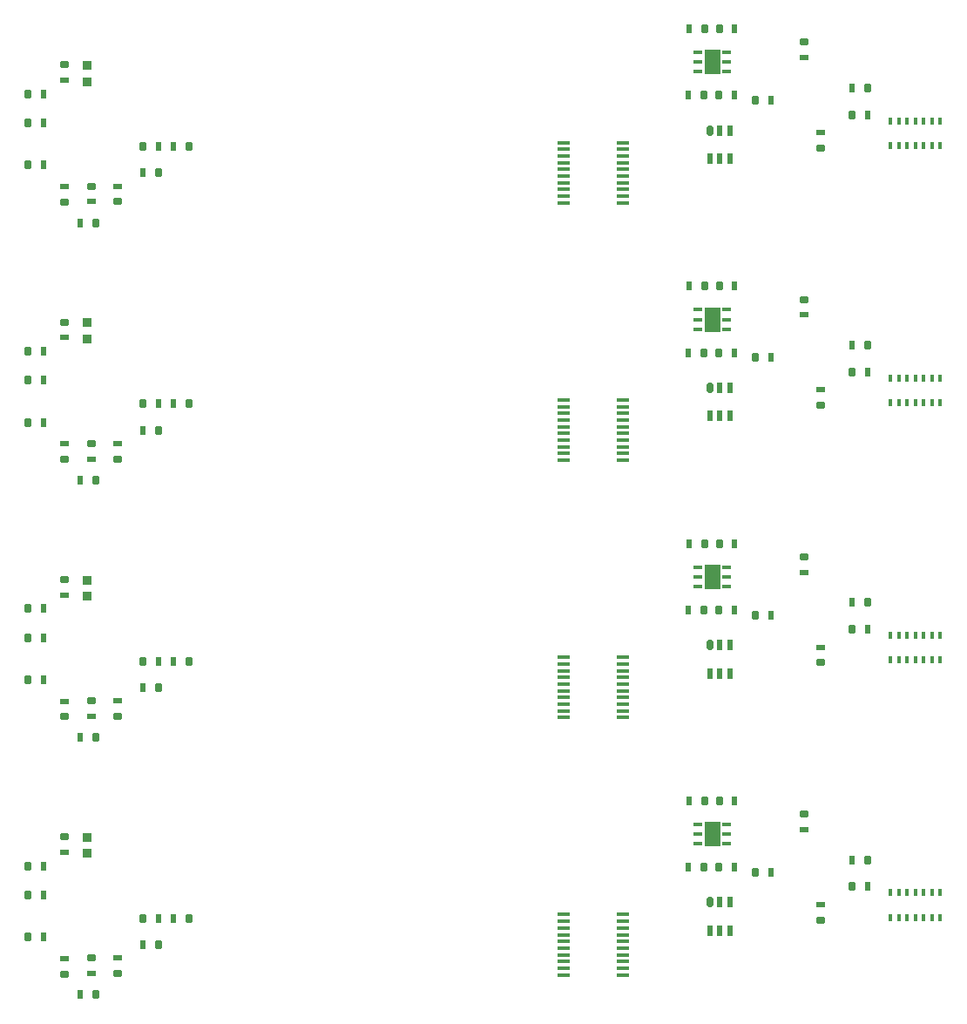
<source format=gbp>
G04*
G04 #@! TF.GenerationSoftware,Altium Limited,Altium Designer,21.0.9 (235)*
G04*
G04 Layer_Color=128*
%FSLAX44Y44*%
%MOMM*%
G71*
G04*
G04 #@! TF.SameCoordinates,5DD7C229-C87D-40E0-AB69-EEC5175B06D6*
G04*
G04*
G04 #@! TF.FilePolarity,Positive*
G04*
G01*
G75*
%ADD12R,0.9000X0.6000*%
G04:AMPARAMS|DCode=13|XSize=0.6mm|YSize=0.9mm|CornerRadius=0.15mm|HoleSize=0mm|Usage=FLASHONLY|Rotation=270.000|XOffset=0mm|YOffset=0mm|HoleType=Round|Shape=RoundedRectangle|*
%AMROUNDEDRECTD13*
21,1,0.6000,0.6000,0,0,270.0*
21,1,0.3000,0.9000,0,0,270.0*
1,1,0.3000,-0.3000,-0.1500*
1,1,0.3000,-0.3000,0.1500*
1,1,0.3000,0.3000,0.1500*
1,1,0.3000,0.3000,-0.1500*
%
%ADD13ROUNDEDRECTD13*%
%ADD14R,0.6000X0.9000*%
G04:AMPARAMS|DCode=15|XSize=0.6mm|YSize=0.9mm|CornerRadius=0.15mm|HoleSize=0mm|Usage=FLASHONLY|Rotation=0.000|XOffset=0mm|YOffset=0mm|HoleType=Round|Shape=RoundedRectangle|*
%AMROUNDEDRECTD15*
21,1,0.6000,0.6000,0,0,0.0*
21,1,0.3000,0.9000,0,0,0.0*
1,1,0.3000,0.1500,-0.3000*
1,1,0.3000,-0.1500,-0.3000*
1,1,0.3000,-0.1500,0.3000*
1,1,0.3000,0.1500,0.3000*
%
%ADD15ROUNDEDRECTD15*%
G04:AMPARAMS|DCode=59|XSize=0.4mm|YSize=1.2mm|CornerRadius=0.05mm|HoleSize=0mm|Usage=FLASHONLY|Rotation=90.000|XOffset=0mm|YOffset=0mm|HoleType=Round|Shape=RoundedRectangle|*
%AMROUNDEDRECTD59*
21,1,0.4000,1.1000,0,0,90.0*
21,1,0.3000,1.2000,0,0,90.0*
1,1,0.1000,0.5500,0.1500*
1,1,0.1000,0.5500,-0.1500*
1,1,0.1000,-0.5500,-0.1500*
1,1,0.1000,-0.5500,0.1500*
%
%ADD59ROUNDEDRECTD59*%
G04:AMPARAMS|DCode=60|XSize=0.6mm|YSize=1mm|CornerRadius=0.15mm|HoleSize=0mm|Usage=FLASHONLY|Rotation=180.000|XOffset=0mm|YOffset=0mm|HoleType=Round|Shape=RoundedRectangle|*
%AMROUNDEDRECTD60*
21,1,0.6000,0.7000,0,0,180.0*
21,1,0.3000,1.0000,0,0,180.0*
1,1,0.3000,-0.1500,0.3500*
1,1,0.3000,0.1500,0.3500*
1,1,0.3000,0.1500,-0.3500*
1,1,0.3000,-0.1500,-0.3500*
%
%ADD60ROUNDEDRECTD60*%
%ADD61R,0.6000X1.0000*%
G04:AMPARAMS|DCode=62|XSize=0.4mm|YSize=0.9mm|CornerRadius=0.1mm|HoleSize=0mm|Usage=FLASHONLY|Rotation=270.000|XOffset=0mm|YOffset=0mm|HoleType=Round|Shape=RoundedRectangle|*
%AMROUNDEDRECTD62*
21,1,0.4000,0.7000,0,0,270.0*
21,1,0.2000,0.9000,0,0,270.0*
1,1,0.2000,-0.3500,-0.1000*
1,1,0.2000,-0.3500,0.1000*
1,1,0.2000,0.3500,0.1000*
1,1,0.2000,0.3500,-0.1000*
%
%ADD62ROUNDEDRECTD62*%
%ADD63R,0.9000X0.4000*%
%ADD64R,1.4900X2.3700*%
%ADD65R,0.3500X0.7500*%
G04:AMPARAMS|DCode=66|XSize=0.75mm|YSize=0.35mm|CornerRadius=0.0875mm|HoleSize=0mm|Usage=FLASHONLY|Rotation=90.000|XOffset=0mm|YOffset=0mm|HoleType=Round|Shape=RoundedRectangle|*
%AMROUNDEDRECTD66*
21,1,0.7500,0.1750,0,0,90.0*
21,1,0.5750,0.3500,0,0,90.0*
1,1,0.1750,0.0875,0.2875*
1,1,0.1750,0.0875,-0.2875*
1,1,0.1750,-0.0875,-0.2875*
1,1,0.1750,-0.0875,0.2875*
%
%ADD66ROUNDEDRECTD66*%
%ADD67R,0.9400X0.8900*%
D12*
X363000Y426293D02*
D03*
Y323000D02*
D03*
X389000Y308500D02*
D03*
X414543Y323500D02*
D03*
X1082000Y448500D02*
D03*
X1098000Y375500D02*
D03*
X363000Y676293D02*
D03*
Y573000D02*
D03*
X389000Y558500D02*
D03*
X414543Y573500D02*
D03*
X1082000Y698500D02*
D03*
X1098000Y625500D02*
D03*
X363000Y926293D02*
D03*
Y823000D02*
D03*
X389000Y808500D02*
D03*
X414543Y823500D02*
D03*
X1082000Y948500D02*
D03*
X1098000Y875500D02*
D03*
X363000Y1176293D02*
D03*
Y1073000D02*
D03*
X389000Y1058500D02*
D03*
X414543Y1073500D02*
D03*
X1082000Y1198500D02*
D03*
X1098000Y1125500D02*
D03*
D13*
X363000Y441293D02*
D03*
Y308000D02*
D03*
X389000Y323500D02*
D03*
X414543Y308500D02*
D03*
X1082000Y463500D02*
D03*
X1098000Y360500D02*
D03*
X363000Y691293D02*
D03*
Y558000D02*
D03*
X389000Y573500D02*
D03*
X414543Y558500D02*
D03*
X1082000Y713500D02*
D03*
X1098000Y610500D02*
D03*
X363000Y941293D02*
D03*
Y808000D02*
D03*
X389000Y823500D02*
D03*
X414543Y808500D02*
D03*
X1082000Y963500D02*
D03*
X1098000Y860500D02*
D03*
X363000Y1191293D02*
D03*
Y1058000D02*
D03*
X389000Y1073500D02*
D03*
X414543Y1058500D02*
D03*
X1082000Y1213500D02*
D03*
X1098000Y1110500D02*
D03*
D14*
X1049500Y407000D02*
D03*
X1128500Y419000D02*
D03*
X1143500Y393000D02*
D03*
X1014043Y411707D02*
D03*
X969500Y411707D02*
D03*
X1014500Y476293D02*
D03*
X969958D02*
D03*
X378500Y287957D02*
D03*
X342500Y385000D02*
D03*
X342500Y344000D02*
D03*
X469043Y362000D02*
D03*
X454500D02*
D03*
X439500Y336458D02*
D03*
X342500Y413000D02*
D03*
X1049500Y657000D02*
D03*
X1128500Y669000D02*
D03*
X1143500Y643000D02*
D03*
X1014043Y661708D02*
D03*
X969500Y661708D02*
D03*
X1014500Y726293D02*
D03*
X969958D02*
D03*
X378500Y537958D02*
D03*
X342500Y635000D02*
D03*
X342500Y594000D02*
D03*
X469043Y612000D02*
D03*
X454500D02*
D03*
X439500Y586458D02*
D03*
X342500Y663000D02*
D03*
X1049500Y907000D02*
D03*
X1128500Y919000D02*
D03*
X1143500Y893000D02*
D03*
X1014043Y911708D02*
D03*
X969500Y911708D02*
D03*
X1014500Y976293D02*
D03*
X969958D02*
D03*
X378500Y787958D02*
D03*
X342500Y885000D02*
D03*
X342500Y844000D02*
D03*
X469043Y862000D02*
D03*
X454500D02*
D03*
X439500Y836458D02*
D03*
X342500Y913000D02*
D03*
X1049500Y1157000D02*
D03*
X1128500Y1169000D02*
D03*
X1143500Y1143000D02*
D03*
X1014043Y1161708D02*
D03*
X969500Y1161708D02*
D03*
X1014500Y1226293D02*
D03*
X969958D02*
D03*
X378500Y1037958D02*
D03*
X342500Y1135000D02*
D03*
X342500Y1094000D02*
D03*
X469043Y1112000D02*
D03*
X454500D02*
D03*
X439500Y1086458D02*
D03*
X342500Y1163000D02*
D03*
D15*
X1034500Y407000D02*
D03*
X1143500Y419000D02*
D03*
X1128500Y393000D02*
D03*
X999043Y411707D02*
D03*
X984500Y411707D02*
D03*
X999500Y476293D02*
D03*
X984957D02*
D03*
X393500Y287957D02*
D03*
X327500Y385000D02*
D03*
X327500Y344000D02*
D03*
X484043Y362000D02*
D03*
X439500D02*
D03*
X454500Y336458D02*
D03*
X327500Y413000D02*
D03*
X1034500Y657000D02*
D03*
X1143500Y669000D02*
D03*
X1128500Y643000D02*
D03*
X999043Y661708D02*
D03*
X984500Y661708D02*
D03*
X999500Y726293D02*
D03*
X984957D02*
D03*
X393500Y537958D02*
D03*
X327500Y635000D02*
D03*
X327500Y594000D02*
D03*
X484043Y612000D02*
D03*
X439500D02*
D03*
X454500Y586458D02*
D03*
X327500Y663000D02*
D03*
X1034500Y907000D02*
D03*
X1143500Y919000D02*
D03*
X1128500Y893000D02*
D03*
X999043Y911708D02*
D03*
X984500Y911708D02*
D03*
X999500Y976293D02*
D03*
X984957D02*
D03*
X393500Y787958D02*
D03*
X327500Y885000D02*
D03*
X327500Y844000D02*
D03*
X484043Y862000D02*
D03*
X439500D02*
D03*
X454500Y836458D02*
D03*
X327500Y913000D02*
D03*
X1034500Y1157000D02*
D03*
X1143500Y1169000D02*
D03*
X1128500Y1143000D02*
D03*
X999043Y1161708D02*
D03*
X984500Y1161708D02*
D03*
X999500Y1226293D02*
D03*
X984957D02*
D03*
X393500Y1037958D02*
D03*
X327500Y1135000D02*
D03*
X327500Y1094000D02*
D03*
X484043Y1112000D02*
D03*
X439500D02*
D03*
X454500Y1086458D02*
D03*
X327500Y1163000D02*
D03*
D59*
X905500Y365793D02*
D03*
X905500Y359293D02*
D03*
X905500Y352793D02*
D03*
X905500Y346293D02*
D03*
Y339793D02*
D03*
Y333293D02*
D03*
Y326792D02*
D03*
X905500Y320293D02*
D03*
X905500Y313792D02*
D03*
X905500Y307293D02*
D03*
X848500Y365793D02*
D03*
X848500Y359293D02*
D03*
X848500Y352793D02*
D03*
X848500Y346293D02*
D03*
Y339793D02*
D03*
Y333293D02*
D03*
Y326792D02*
D03*
X848500Y320293D02*
D03*
X848500Y313792D02*
D03*
X848500Y307293D02*
D03*
X905500Y615793D02*
D03*
X905500Y609293D02*
D03*
X905500Y602793D02*
D03*
X905500Y596293D02*
D03*
Y589793D02*
D03*
Y583293D02*
D03*
Y576793D02*
D03*
X905500Y570293D02*
D03*
X905500Y563793D02*
D03*
X905500Y557293D02*
D03*
X848500Y615793D02*
D03*
X848500Y609293D02*
D03*
X848500Y602793D02*
D03*
X848500Y596293D02*
D03*
Y589793D02*
D03*
Y583293D02*
D03*
Y576793D02*
D03*
X848500Y570293D02*
D03*
X848500Y563793D02*
D03*
X848500Y557293D02*
D03*
X905500Y865793D02*
D03*
X905500Y859293D02*
D03*
X905500Y852793D02*
D03*
X905500Y846293D02*
D03*
Y839793D02*
D03*
Y833293D02*
D03*
Y826793D02*
D03*
X905500Y820293D02*
D03*
X905500Y813793D02*
D03*
X905500Y807293D02*
D03*
X848500Y865793D02*
D03*
X848500Y859293D02*
D03*
X848500Y852793D02*
D03*
X848500Y846293D02*
D03*
Y839793D02*
D03*
Y833293D02*
D03*
Y826793D02*
D03*
X848500Y820293D02*
D03*
X848500Y813793D02*
D03*
X848500Y807293D02*
D03*
X905500Y1115793D02*
D03*
X905500Y1109293D02*
D03*
X905500Y1102793D02*
D03*
X905500Y1096293D02*
D03*
Y1089793D02*
D03*
Y1083293D02*
D03*
Y1076793D02*
D03*
X905500Y1070293D02*
D03*
X905500Y1063793D02*
D03*
X905500Y1057293D02*
D03*
X848500Y1115793D02*
D03*
X848500Y1109293D02*
D03*
X848500Y1102793D02*
D03*
X848500Y1096293D02*
D03*
Y1089793D02*
D03*
Y1083293D02*
D03*
Y1076793D02*
D03*
X848500Y1070293D02*
D03*
X848500Y1063793D02*
D03*
X848500Y1057293D02*
D03*
D60*
X990500Y377750D02*
D03*
Y627750D02*
D03*
Y877750D02*
D03*
Y1127750D02*
D03*
D61*
X1000000Y377750D02*
D03*
X1009500Y377750D02*
D03*
Y350250D02*
D03*
X1000000D02*
D03*
X990500D02*
D03*
X1000000Y627750D02*
D03*
X1009500Y627750D02*
D03*
Y600250D02*
D03*
X1000000D02*
D03*
X990500D02*
D03*
X1000000Y877750D02*
D03*
X1009500Y877750D02*
D03*
Y850250D02*
D03*
X1000000D02*
D03*
X990500D02*
D03*
X1000000Y1127750D02*
D03*
X1009500Y1127750D02*
D03*
Y1100250D02*
D03*
X1000000D02*
D03*
X990500D02*
D03*
D62*
X978700Y434500D02*
D03*
Y684500D02*
D03*
Y934500D02*
D03*
Y1184500D02*
D03*
D63*
Y444000D02*
D03*
Y453500D02*
D03*
X1006600Y434500D02*
D03*
X1006600Y444000D02*
D03*
X1006600Y453500D02*
D03*
X978700Y694000D02*
D03*
Y703500D02*
D03*
X1006600Y684500D02*
D03*
X1006600Y694000D02*
D03*
X1006600Y703500D02*
D03*
X978700Y944000D02*
D03*
Y953500D02*
D03*
X1006600Y934500D02*
D03*
X1006600Y944000D02*
D03*
X1006600Y953500D02*
D03*
X978700Y1194000D02*
D03*
Y1203500D02*
D03*
X1006600Y1184500D02*
D03*
X1006600Y1194000D02*
D03*
X1006600Y1203500D02*
D03*
D64*
X992650Y444000D02*
D03*
Y694000D02*
D03*
Y944000D02*
D03*
Y1194000D02*
D03*
D65*
X1214000Y387000D02*
D03*
X1206000Y387000D02*
D03*
X1198000D02*
D03*
X1190000Y387000D02*
D03*
X1182000D02*
D03*
X1174000D02*
D03*
X1166000D02*
D03*
Y363000D02*
D03*
X1174000Y363000D02*
D03*
X1182000Y363000D02*
D03*
X1190000D02*
D03*
X1198000D02*
D03*
X1206000Y363000D02*
D03*
X1214000Y637000D02*
D03*
X1206000Y637000D02*
D03*
X1198000D02*
D03*
X1190000Y637000D02*
D03*
X1182000D02*
D03*
X1174000D02*
D03*
X1166000D02*
D03*
Y613000D02*
D03*
X1174000Y613000D02*
D03*
X1182000Y613000D02*
D03*
X1190000D02*
D03*
X1198000D02*
D03*
X1206000Y613000D02*
D03*
X1214000Y887000D02*
D03*
X1206000Y887000D02*
D03*
X1198000D02*
D03*
X1190000Y887000D02*
D03*
X1182000D02*
D03*
X1174000D02*
D03*
X1166000D02*
D03*
Y863000D02*
D03*
X1174000Y863000D02*
D03*
X1182000Y863000D02*
D03*
X1190000D02*
D03*
X1198000D02*
D03*
X1206000Y863000D02*
D03*
X1214000Y1137000D02*
D03*
X1206000Y1137000D02*
D03*
X1198000D02*
D03*
X1190000Y1137000D02*
D03*
X1182000D02*
D03*
X1174000D02*
D03*
X1166000D02*
D03*
Y1113000D02*
D03*
X1174000Y1113000D02*
D03*
X1182000Y1113000D02*
D03*
X1190000D02*
D03*
X1198000D02*
D03*
X1206000Y1113000D02*
D03*
D66*
X1214000Y363000D02*
D03*
Y613000D02*
D03*
Y863000D02*
D03*
Y1113000D02*
D03*
D67*
X384793Y425150D02*
D03*
Y440850D02*
D03*
Y675150D02*
D03*
Y690850D02*
D03*
Y925150D02*
D03*
Y940850D02*
D03*
Y1175150D02*
D03*
Y1190850D02*
D03*
M02*

</source>
